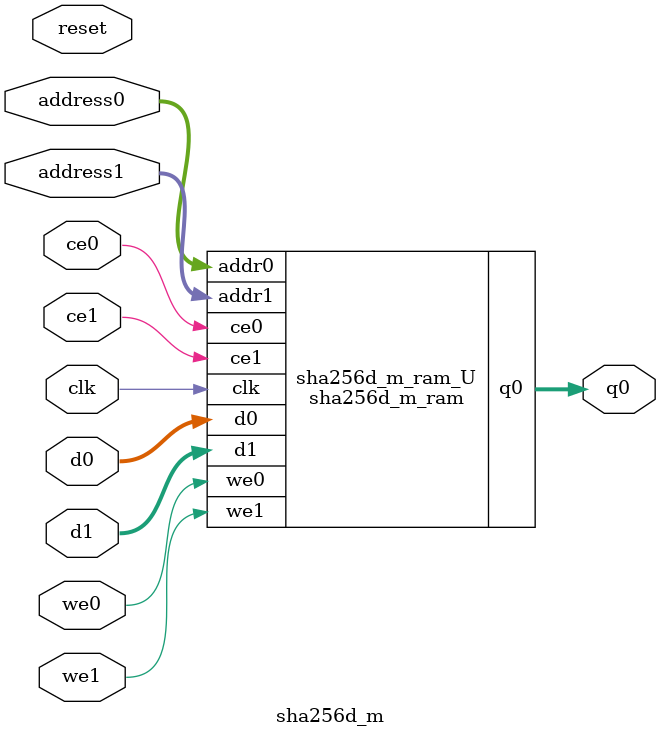
<source format=v>
`timescale 1 ns / 1 ps
module sha256d_m_ram (addr0, ce0, d0, we0, q0, addr1, ce1, d1, we1,  clk);

parameter DWIDTH = 32;
parameter AWIDTH = 6;
parameter MEM_SIZE = 64;

input[AWIDTH-1:0] addr0;
input ce0;
input[DWIDTH-1:0] d0;
input we0;
output reg[DWIDTH-1:0] q0;
input[AWIDTH-1:0] addr1;
input ce1;
input[DWIDTH-1:0] d1;
input we1;
input clk;

(* ram_style = "block" *)reg [DWIDTH-1:0] ram[0:MEM_SIZE-1];




always @(posedge clk)  
begin 
    if (ce0) begin
        if (we0) 
            ram[addr0] <= d0; 
        q0 <= ram[addr0];
    end
end


always @(posedge clk)  
begin 
    if (ce1) begin
        if (we1) 
            ram[addr1] <= d1; 
    end
end


endmodule

`timescale 1 ns / 1 ps
module sha256d_m(
    reset,
    clk,
    address0,
    ce0,
    we0,
    d0,
    q0,
    address1,
    ce1,
    we1,
    d1);

parameter DataWidth = 32'd32;
parameter AddressRange = 32'd64;
parameter AddressWidth = 32'd6;
input reset;
input clk;
input[AddressWidth - 1:0] address0;
input ce0;
input we0;
input[DataWidth - 1:0] d0;
output[DataWidth - 1:0] q0;
input[AddressWidth - 1:0] address1;
input ce1;
input we1;
input[DataWidth - 1:0] d1;



sha256d_m_ram sha256d_m_ram_U(
    .clk( clk ),
    .addr0( address0 ),
    .ce0( ce0 ),
    .we0( we0 ),
    .d0( d0 ),
    .q0( q0 ),
    .addr1( address1 ),
    .ce1( ce1 ),
    .we1( we1 ),
    .d1( d1 ));

endmodule


</source>
